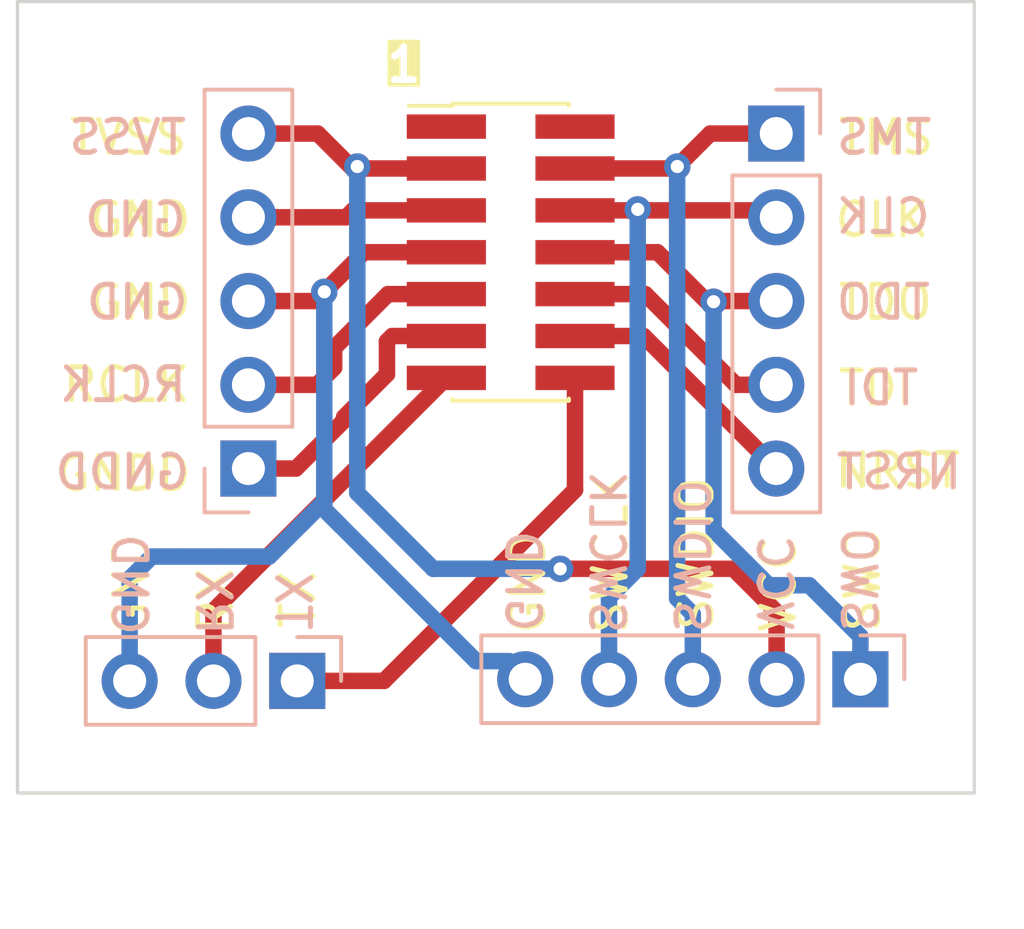
<source format=kicad_pcb>
(kicad_pcb (version 20221018) (generator pcbnew)
  (layers (0 "F.Cu" signal) (31 "B.Cu" signal) (34 "B.Paste" user) (35 "F.Paste" user) (36 "B.SilkS" user "B.Silkscreen") (37 "F.SilkS" user "F.Silkscreen") (38 "B.Mask" user) (39 "F.Mask" user) (44 "Edge.Cuts" user))
  (net 0 "")
  (net 3 "/T_VCC")
  (net 4 "/T_JTMS{slash}T_SWDIO")
  (net 5 "/T_JCLK{slash}T_SWCLK")
  (net 6 "/T_JTDO{slash}T_SWO")
  (net 7 "/T_JRCLK")
  (net 8 "/T_JTDI{slash}NC")
  (net 9 "/GNDDETECT")
  (net 10 "/T_NRST")
  (net 11 "/T_VCP_RX")
  (net 12 "/T_VCP_TX")
  (net 13 "/GND1")
  (net 14 "/GND2")
  (footprint "Connector_PinHeader_1.27mm:PinHeader_2x07_P1.27mm_Vertical_SMD" (layer "F.Cu") (at 207.95 101.6)
    (fp_text reference "J1")
    (fp_text value "Conn_02x07_Odd_Even")
    (fp_line (start -3.09 -4.44) (end -1.765 -4.44) (stroke (width 0.12)) (layer "F.SilkS"))
    (fp_line (start -1.765 -4.505) (end -1.765 -4.44) (stroke (width 0.12)) (layer "F.SilkS"))
    (fp_line (start -1.765 -4.505) (end 1.765 -4.505) (stroke (width 0.12)) (layer "F.SilkS"))
    (fp_line (start -1.765 4.44) (end -1.765 4.505) (stroke (width 0.12)) (layer "F.SilkS"))
    (fp_line (start -1.765 4.505) (end 1.765 4.505) (stroke (width 0.12)) (layer "F.SilkS"))
    (fp_line (start 1.765 -4.505) (end 1.765 -4.44) (stroke (width 0.12)) (layer "F.SilkS"))
    (fp_line (start 1.765 4.44) (end 1.765 4.505) (stroke (width 0.12)) (layer "F.SilkS"))
    (pad "1" smd rect (at -1.95 -3.81) (size 2.4 0.74) (layers "F.Cu" "F.Paste" "F.Mask"))
    (pad "2" smd rect (at 1.95 -3.81) (size 2.4 0.74) (layers "F.Cu" "F.Paste" "F.Mask"))
    (pad "3" smd rect (at -1.95 -2.54) (size 2.4 0.74) (layers "F.Cu" "F.Paste" "F.Mask") (net 3 "/T_VCC"))
    (pad "4" smd rect (at 1.95 -2.54) (size 2.4 0.74) (layers "F.Cu" "F.Paste" "F.Mask") (net 4 "/T_JTMS{slash}T_SWDIO"))
    (pad "5" smd rect (at -1.95 -1.27) (size 2.4 0.74) (layers "F.Cu" "F.Paste" "F.Mask") (net 13 "/GND1"))
    (pad "6" smd rect (at 1.95 -1.27) (size 2.4 0.74) (layers "F.Cu" "F.Paste" "F.Mask") (net 5 "/T_JCLK{slash}T_SWCLK"))
    (pad "7" smd rect (at -1.95 0) (size 2.4 0.74) (layers "F.Cu" "F.Paste" "F.Mask") (net 14 "/GND2"))
    (pad "8" smd rect (at 1.95 0) (size 2.4 0.74) (layers "F.Cu" "F.Paste" "F.Mask") (net 6 "/T_JTDO{slash}T_SWO"))
    (pad "9" smd rect (at -1.95 1.27) (size 2.4 0.74) (layers "F.Cu" "F.Paste" "F.Mask") (net 7 "/T_JRCLK"))
    (pad "10" smd rect (at 1.95 1.27) (size 2.4 0.74) (layers "F.Cu" "F.Paste" "F.Mask") (net 8 "/T_JTDI{slash}NC"))
    (pad "11" smd rect (at -1.95 2.54) (size 2.4 0.74) (layers "F.Cu" "F.Paste" "F.Mask") (net 9 "/GNDDETECT"))
    (pad "12" smd rect (at 1.95 2.54) (size 2.4 0.74) (layers "F.Cu" "F.Paste" "F.Mask") (net 10 "/T_NRST"))
    (pad "13" smd rect (at -1.95 3.81) (size 2.4 0.74) (layers "F.Cu" "F.Paste" "F.Mask") (net 11 "/T_VCP_RX"))
    (pad "14" smd rect (at 1.95 3.81) (size 2.4 0.74) (layers "F.Cu" "F.Paste" "F.Mask") (net 12 "/T_VCP_TX"))
  )
  (footprint "Connector_PinSocket_2.54mm:PinSocket_1x03_P2.54mm_Vertical" (layer "B.Cu") (at 201.48 114.6 90)
    (fp_text reference "J5")
    (fp_text value "Conn_01x03_Socket")
    (fp_line (start -1.33 -6.41) (end 1.33 -6.41) (stroke (width 0.12)) (layer "B.SilkS"))
    (fp_line (start -1.33 -1.27) (end -1.33 -6.41) (stroke (width 0.12)) (layer "B.SilkS"))
    (fp_line (start -1.33 -1.27) (end 1.33 -1.27) (stroke (width 0.12)) (layer "B.SilkS"))
    (fp_line (start 0 1.33) (end 1.33 1.33) (stroke (width 0.12)) (layer "B.SilkS"))
    (fp_line (start 1.33 -1.27) (end 1.33 -6.41) (stroke (width 0.12)) (layer "B.SilkS"))
    (fp_line (start 1.33 1.33) (end 1.33 0) (stroke (width 0.12)) (layer "B.SilkS"))
    (pad "1" thru_hole rect (at 0 0 90) (size 1.7 1.7) (drill 1) (layers "*.Cu" "*.Mask") (net 12 "/T_VCP_TX"))
    (pad "2" thru_hole oval (at 0 -2.54 90) (size 1.7 1.7) (drill 1) (layers "*.Cu" "*.Mask") (net 11 "/T_VCP_RX"))
    (pad "3" thru_hole oval (at 0 -5.08 90) (size 1.7 1.7) (drill 1) (layers "*.Cu" "*.Mask") (net 14 "/GND2"))
  )
  (footprint "Connector_PinHeader_2.54mm:PinHeader_1x05_P2.54mm_Vertical" (layer "B.Cu") (at 216 98 180)
    (fp_text reference "J2")
    (fp_text value "Conn_01x05_Socket")
    (fp_line (start -1.33 -11.49) (end 1.33 -11.49) (stroke (width 0.12)) (layer "B.SilkS"))
    (fp_line (start -1.33 -1.27) (end -1.33 -11.49) (stroke (width 0.12)) (layer "B.SilkS"))
    (fp_line (start -1.33 -1.27) (end 1.33 -1.27) (stroke (width 0.12)) (layer "B.SilkS"))
    (fp_line (start -1.33 0) (end -1.33 1.33) (stroke (width 0.12)) (layer "B.SilkS"))
    (fp_line (start -1.33 1.33) (end 0 1.33) (stroke (width 0.12)) (layer "B.SilkS"))
    (fp_line (start 1.33 -1.27) (end 1.33 -11.49) (stroke (width 0.12)) (layer "B.SilkS"))
    (pad "1" thru_hole rect (at 0 0 180) (size 1.7 1.7) (drill 1) (layers "*.Cu" "*.Mask") (net 4 "/T_JTMS{slash}T_SWDIO"))
    (pad "2" thru_hole oval (at 0 -2.54 180) (size 1.7 1.7) (drill 1) (layers "*.Cu" "*.Mask") (net 5 "/T_JCLK{slash}T_SWCLK"))
    (pad "3" thru_hole oval (at 0 -5.08 180) (size 1.7 1.7) (drill 1) (layers "*.Cu" "*.Mask") (net 6 "/T_JTDO{slash}T_SWO"))
    (pad "4" thru_hole oval (at 0 -7.62 180) (size 1.7 1.7) (drill 1) (layers "*.Cu" "*.Mask") (net 8 "/T_JTDI{slash}NC"))
    (pad "5" thru_hole oval (at 0 -10.16 180) (size 1.7 1.7) (drill 1) (layers "*.Cu" "*.Mask") (net 10 "/T_NRST"))
  )
  (footprint "Connector_PinSocket_2.54mm:PinSocket_1x05_P2.54mm_Vertical" (layer "B.Cu") (at 218.55 114.55 90)
    (fp_text reference "J4")
    (fp_text value "Conn_01x05_Socket")
    (fp_line (start -1.33 -11.49) (end 1.33 -11.49) (stroke (width 0.12)) (layer "B.SilkS"))
    (fp_line (start -1.33 -1.27) (end -1.33 -11.49) (stroke (width 0.12)) (layer "B.SilkS"))
    (fp_line (start -1.33 -1.27) (end 1.33 -1.27) (stroke (width 0.12)) (layer "B.SilkS"))
    (fp_line (start 0 1.33) (end 1.33 1.33) (stroke (width 0.12)) (layer "B.SilkS"))
    (fp_line (start 1.33 -1.27) (end 1.33 -11.49) (stroke (width 0.12)) (layer "B.SilkS"))
    (fp_line (start 1.33 1.33) (end 1.33 0) (stroke (width 0.12)) (layer "B.SilkS"))
    (pad "1" thru_hole rect (at 0 0 90) (size 1.7 1.7) (drill 1) (layers "*.Cu" "*.Mask") (net 6 "/T_JTDO{slash}T_SWO"))
    (pad "2" thru_hole oval (at 0 -2.54 90) (size 1.7 1.7) (drill 1) (layers "*.Cu" "*.Mask") (net 3 "/T_VCC"))
    (pad "3" thru_hole oval (at 0 -5.08 90) (size 1.7 1.7) (drill 1) (layers "*.Cu" "*.Mask") (net 4 "/T_JTMS{slash}T_SWDIO"))
    (pad "4" thru_hole oval (at 0 -7.62 90) (size 1.7 1.7) (drill 1) (layers "*.Cu" "*.Mask") (net 5 "/T_JCLK{slash}T_SWCLK"))
    (pad "5" thru_hole oval (at 0 -10.16 90) (size 1.7 1.7) (drill 1) (layers "*.Cu" "*.Mask") (net 14 "/GND2"))
  )
  (footprint "Connector_PinHeader_2.54mm:PinHeader_1x05_P2.54mm_Vertical" (layer "B.Cu") (at 200 108.16)
    (fp_text reference "J3")
    (fp_text value "Conn_01x05_Socket")
    (fp_line (start -1.33 -11.49) (end 1.33 -11.49) (stroke (width 0.12)) (layer "B.SilkS"))
    (fp_line (start -1.33 -1.27) (end -1.33 -11.49) (stroke (width 0.12)) (layer "B.SilkS"))
    (fp_line (start -1.33 -1.27) (end 1.33 -1.27) (stroke (width 0.12)) (layer "B.SilkS"))
    (fp_line (start -1.33 0) (end -1.33 1.33) (stroke (width 0.12)) (layer "B.SilkS"))
    (fp_line (start -1.33 1.33) (end 0 1.33) (stroke (width 0.12)) (layer "B.SilkS"))
    (fp_line (start 1.33 -1.27) (end 1.33 -11.49) (stroke (width 0.12)) (layer "B.SilkS"))
    (pad "1" thru_hole rect (at 0 0) (size 1.7 1.7) (drill 1) (layers "*.Cu" "*.Mask") (net 9 "/GNDDETECT"))
    (pad "2" thru_hole oval (at 0 -2.54) (size 1.7 1.7) (drill 1) (layers "*.Cu" "*.Mask") (net 7 "/T_JRCLK"))
    (pad "3" thru_hole oval (at 0 -5.08) (size 1.7 1.7) (drill 1) (layers "*.Cu" "*.Mask") (net 14 "/GND2"))
    (pad "4" thru_hole oval (at 0 -7.62) (size 1.7 1.7) (drill 1) (layers "*.Cu" "*.Mask") (net 13 "/GND1"))
    (pad "5" thru_hole oval (at 0 -10.16) (size 1.7 1.7) (drill 1) (layers "*.Cu" "*.Mask") (net 3 "/T_VCC"))
  )
  (gr_line (start 193 94) (end 222 94) (stroke (width 0.1)) (layer "Edge.Cuts"))
  (gr_line (start 222 94) (end 222 118) (stroke (width 0.1)) (layer "Edge.Cuts"))
  (gr_line (start 193 118) (end 193 94) (stroke (width 0.1)) (layer "Edge.Cuts"))
  (gr_line (start 222 118) (end 193 118) (stroke (width 0.1)) (layer "Edge.Cuts"))
  (gr_text "SWDIO" (at 212.825 113.225 270) (layer "B.SilkS") (effects (font (size 1 1) (thickness 0.153)) (justify left bottom mirror)))
  (gr_text "GNDD" (at 198.3 108.85) (layer "B.SilkS") (effects (font (size 1 1) (thickness 0.153)) (justify left bottom mirror)))
  (gr_text "TDI" (at 220.4 106.3) (layer "B.SilkS") (effects (font (size 1 1) (thickness 0.153)) (justify left bottom mirror)))
  (gr_text "RX" (at 198.35 113.3 -90) (layer "B.SilkS") (effects (font (size 1 1) (thickness 0.153)) (justify left bottom mirror)))
  (gr_text "VCC" (at 215.35 113.15 -90) (layer "B.SilkS") (effects (font (size 1 1) (thickness 0.153)) (justify left bottom mirror)))
  (gr_text "TMS" (at 220.8 98.7) (layer "B.SilkS") (effects (font (size 1 1) (thickness 0.153)) (justify left bottom mirror)))
  (gr_text "TVSS" (at 198.2 98.7) (layer "B.SilkS") (effects (font (size 1 1) (thickness 0.153)) (justify left bottom mirror)))
  (gr_text "GND" (at 198.2 101.2) (layer "B.SilkS") (effects (font (size 1 1) (thickness 0.153)) (justify left bottom mirror)))
  (gr_text "GND" (at 207.725 113.2 270) (layer "B.SilkS") (effects (font (size 1 1) (thickness 0.153)) (justify left bottom mirror)))
  (gr_text "GND" (at 198.25 103.7) (layer "B.SilkS") (effects (font (size 1 1) (thickness 0.153)) (justify left bottom mirror)))
  (gr_text "SWO" (at 217.9 113.2 -90) (layer "B.SilkS") (effects (font (size 1 1) (thickness 0.153)) (justify left bottom mirror)))
  (gr_text "TX" (at 200.75 113.15 270) (layer "B.SilkS") (effects (font (size 1 1) (thickness 0.153)) (justify left bottom mirror)))
  (gr_text "NRST" (at 221.7 108.85) (layer "B.SilkS") (effects (font (size 1 1) (thickness 0.153)) (justify left bottom mirror)))
  (gr_text "CLK" (at 220.75 101.1) (layer "B.SilkS") (effects (font (size 1 1) (thickness 0.153)) (justify left bottom mirror)))
  (gr_text "GND" (at 195.8 113.3 -90) (layer "B.SilkS") (effects (font (size 1 1) (thickness 0.153)) (justify left bottom mirror)))
  (gr_text "RCLK" (at 198.2 106.2) (layer "B.SilkS") (effects (font (size 1 1) (thickness 0.153)) (justify left bottom mirror)))
  (gr_text "TDO" (at 220.75 103.7) (layer "B.SilkS") (effects (font (size 1 1) (thickness 0.153)) (justify left bottom mirror)))
  (gr_text "SWCLK" (at 210.275 113.25 270) (layer "B.SilkS") (effects (font (size 1 1) (thickness 0.153)) (justify left bottom mirror)))
  (gr_text "GND" (at 209.05 113.25 90) (layer "F.SilkS") (effects (font (size 1 1) (thickness 0.153)) (justify left bottom)))
  (gr_text "GND" (at 195.1 101.2) (layer "F.SilkS") (effects (font (size 1 1) (thickness 0.153)) (justify left bottom)))
  (gr_text "CLK" (at 217.7 101.2) (layer "F.SilkS") (effects (font (size 1 1) (thickness 0.153)) (justify left bottom)))
  (gr_text "TMS" (at 217.8 98.7) (layer "F.SilkS") (effects (font (size 1 1) (thickness 0.153)) (justify left bottom)))
  (gr_text "GNDD" (at 194.1 108.9) (layer "F.SilkS") (effects (font (size 1 1) (thickness 0.153)) (justify left bottom)))
  (gr_text "1" (at 204.1 96.5) (layer "F.SilkS" knockout) (effects (font (size 1 1) (thickness 0.2) bold) (justify left bottom)))
  (gr_text "NRST" (at 217.7 108.8) (layer "F.SilkS") (effects (font (size 1 1) (thickness 0.153)) (justify left bottom)))
  (gr_text "GND" (at 195.1 103.7) (layer "F.SilkS") (effects (font (size 1 1) (thickness 0.153)) (justify left bottom)))
  (gr_text "GND" (at 197.04 113.3 90) (layer "F.SilkS") (effects (font (size 1 1) (thickness 0.153)) (justify left bottom)))
  (gr_text "VCC" (at 216.65 113.2 90) (layer "F.SilkS") (effects (font (size 1 1) (thickness 0.153)) (justify left bottom)))
  (gr_text "SWDIO" (at 214.15 113.15 90) (layer "F.SilkS") (effects (font (size 1 1) (thickness 0.153)) (justify left bottom)))
  (gr_text "RX" (at 199.59 113.25 90) (layer "F.SilkS") (effects (font (size 1 1) (thickness 0.153)) (justify left bottom)))
  (gr_text "RCLK" (at 194.3 106.2) (layer "F.SilkS") (effects (font (size 1 1) (thickness 0.153)) (justify left bottom)))
  (gr_text "TVSS" (at 194.5 98.7) (layer "F.SilkS") (effects (font (size 1 1) (thickness 0.153)) (justify left bottom)))
  (gr_text "SWCLK" (at 211.55 113.25 90) (layer "F.SilkS") (effects (font (size 1 1) (thickness 0.153)) (justify left bottom)))
  (gr_text "TX" (at 202.09 113.1 90) (layer "F.SilkS") (effects (font (size 1 1) (thickness 0.153)) (justify left bottom)))
  (gr_text "TDO" (at 217.8 103.7) (layer "F.SilkS") (effects (font (size 1 1) (thickness 0.153)) (justify left bottom)))
  (gr_text "TDI" (at 217.8 106.3) (layer "F.SilkS") (effects (font (size 1 1) (thickness 0.153)) (justify left bottom)))
  (gr_text "SWO" (at 219.2 113.2 90) (layer "F.SilkS") (effects (font (size 1 1) (thickness 0.153)) (justify left bottom)))
  (segment (start 216.01 112.51) (end 214.7 111.2) (width 0.5) (layer "F.Cu") (net 3))
  (segment (start 216.01 114.55) (end 216.01 112.51) (width 0.5) (layer "F.Cu") (net 3))
  (segment (start 200 98) (end 202.1 98) (width 0.5) (layer "F.Cu") (net 3))
  (segment (start 203.16 99.06) (end 206 99.06) (width 0.5) (layer "F.Cu") (net 3))
  (segment (start 202.1 98) (end 203.16 99.06) (width 0.5) (layer "F.Cu") (net 3))
  (segment (start 214.7 111.2) (end 209.45 111.2) (width 0.5) (layer "F.Cu") (net 3))
  (via (at 203.3 99) (size 0.8) (drill 0.4) (layers "F.Cu" "B.Cu") (net 3))
  (via (at 209.45 111.2) (size 0.8) (drill 0.4) (layers "F.Cu" "B.Cu") (net 3))
  (segment (start 203.3 108.9) (end 203.3 99) (width 0.5) (layer "B.Cu") (net 3))
  (segment (start 209.45 111.2) (end 205.6 111.2) (width 0.5) (layer "B.Cu") (net 3))
  (segment (start 205.6 111.2) (end 203.3 108.9) (width 0.5) (layer "B.Cu") (net 3))
  (segment (start 212.94 99.06) (end 209.9 99.06) (width 0.5) (layer "F.Cu") (net 4))
  (segment (start 214 98) (end 212.94 99.06) (width 0.5) (layer "F.Cu") (net 4))
  (segment (start 216 98) (end 214 98) (width 0.5) (layer "F.Cu") (net 4))
  (via (at 213 99) (size 0.8) (drill 0.4) (layers "F.Cu" "B.Cu") (net 4))
  (segment (start 213.47 112.575) (end 212.995 112.1) (width 0.5) (layer "B.Cu") (net 4))
  (segment (start 213.47 114.55) (end 213.47 112.575) (width 0.5) (layer "B.Cu") (net 4))
  (segment (start 212.995 99.005) (end 213 99) (width 0.5) (layer "B.Cu") (net 4))
  (segment (start 212.995 112.1) (end 212.995 99.005) (width 0.5) (layer "B.Cu") (net 4))
  (segment (start 209.9 100.33) (end 215.79 100.33) (width 0.5) (layer "F.Cu") (net 5))
  (segment (start 215.79 100.33) (end 216 100.54) (width 0.5) (layer "F.Cu") (net 5))
  (via (at 211.8 100.3) (size 0.8) (drill 0.4) (layers "F.Cu" "B.Cu") (net 5))
  (segment (start 211.8 111.2) (end 211.8 110.9) (width 0.5) (layer "B.Cu") (net 5))
  (segment (start 210.93 114.55) (end 210.93 112.07) (width 0.5) (layer "B.Cu") (net 5))
  (segment (start 211.8 110.9) (end 211.8 100.3) (width 0.5) (layer "B.Cu") (net 5))
  (segment (start 210.93 112.07) (end 211.8 111.2) (width 0.5) (layer "B.Cu") (net 5))
  (segment (start 216 103.08) (end 213.88 103.08) (width 0.5) (layer "F.Cu") (net 6))
  (segment (start 212.4 101.6) (end 209.9 101.6) (width 0.5) (layer "F.Cu") (net 6))
  (segment (start 213.88 103.08) (end 212.4 101.6) (width 0.5) (layer "F.Cu") (net 6))
  (via (at 214.1 103.1) (size 0.8) (drill 0.4) (layers "F.Cu" "B.Cu") (net 6))
  (segment (start 217 111.7) (end 218.55 113.25) (width 0.5) (layer "B.Cu") (net 6))
  (segment (start 215.775 111.7) (end 217 111.7) (width 0.5) (layer "B.Cu") (net 6))
  (segment (start 214.1 110.025) (end 215.775 111.7) (width 0.5) (layer "B.Cu") (net 6))
  (segment (start 214.1 110.025) (end 214.1 103.1) (width 0.5) (layer "B.Cu") (net 6))
  (segment (start 218.55 113.25) (end 218.55 114.55) (width 0.5) (layer "B.Cu") (net 6))
  (segment (start 204.23 102.87) (end 202.6 104.5) (width 0.5) (layer "F.Cu") (net 7))
  (segment (start 202.08 105.62) (end 200 105.62) (width 0.5) (layer "F.Cu") (net 7))
  (segment (start 202.6 104.5) (end 202.6 105.1) (width 0.5) (layer "F.Cu") (net 7))
  (segment (start 202.6 105.1) (end 202.08 105.62) (width 0.5) (layer "F.Cu") (net 7))
  (segment (start 206 102.87) (end 204.23 102.87) (width 0.5) (layer "F.Cu") (net 7))
  (segment (start 216 105.62) (end 214.78 105.62) (width 0.5) (layer "F.Cu") (net 8))
  (segment (start 214.78 105.62) (end 212.03 102.87) (width 0.5) (layer "F.Cu") (net 8))
  (segment (start 212.03 102.87) (end 209.9 102.87) (width 0.5) (layer "F.Cu") (net 8))
  (segment (start 202.9 106.6) (end 202.9 106.7) (width 0.5) (layer "F.Cu") (net 9))
  (segment (start 204.2 104.3) (end 204.2 105.3) (width 0.5) (layer "F.Cu") (net 9))
  (segment (start 204.36 104.14) (end 204.2 104.3) (width 0.5) (layer "F.Cu") (net 9))
  (segment (start 201.44 108.16) (end 200 108.16) (width 0.5) (layer "F.Cu") (net 9))
  (segment (start 206 104.14) (end 204.36 104.14) (width 0.5) (layer "F.Cu") (net 9))
  (segment (start 204.2 105.3) (end 202.9 106.6) (width 0.5) (layer "F.Cu") (net 9))
  (segment (start 202.9 106.7) (end 201.44 108.16) (width 0.5) (layer "F.Cu") (net 9))
  (segment (start 216 108.16) (end 211.98 104.14) (width 0.5) (layer "F.Cu") (net 10))
  (segment (start 211.98 104.14) (end 209.9 104.14) (width 0.5) (layer "F.Cu") (net 10))
  (segment (start 198.94 114.6) (end 198.94 112.47) (width 0.5) (layer "F.Cu") (net 11))
  (segment (start 198.94 112.47) (end 206 105.41) (width 0.5) (layer "F.Cu") (net 11))
  (segment (start 201.48 114.6) (end 204.11 114.6) (width 0.5) (layer "F.Cu") (net 12))
  (segment (start 204.11 114.6) (end 209.9 108.81) (width 0.5) (layer "F.Cu") (net 12))
  (segment (start 209.9 108.81) (end 209.9 105.41) (width 0.5) (layer "F.Cu") (net 12))
  (segment (start 202.96 100.54) (end 203.17 100.33) (width 0.5) (layer "F.Cu") (net 13))
  (segment (start 203.17 100.33) (end 206 100.33) (width 0.5) (layer "F.Cu") (net 13))
  (segment (start 200 100.54) (end 202.96 100.54) (width 0.5) (layer "F.Cu") (net 13))
  (segment (start 200 103.08) (end 202.02 103.08) (width 0.5) (layer "F.Cu") (net 14))
  (segment (start 203.5 101.6) (end 206 101.6) (width 0.5) (layer "F.Cu") (net 14))
  (segment (start 202.02 103.08) (end 203.5 101.6) (width 0.5) (layer "F.Cu") (net 14))
  (via (at 202.3 102.8) (size 0.8) (drill 0.4) (layers "F.Cu" "B.Cu") (net 14))
  (segment (start 199.17 110.83) (end 197.97 110.83) (width 0.5) (layer "B.Cu") (net 14))
  (segment (start 201.58 109.88) (end 202.18 109.28) (width 0.5) (layer "B.Cu") (net 14))
  (segment (start 202.3 109.16) (end 202.3 108.6) (width 0.5) (layer "B.Cu") (net 14))
  (segment (start 202.3 109.4) (end 202.3 108.6) (width 0.5) (layer "B.Cu") (net 14))
  (segment (start 202.8 109.9) (end 202.18 109.28) (width 0.5) (layer "B.Cu") (net 14))
  (segment (start 202.18 109.28) (end 202.3 109.16) (width 0.5) (layer "B.Cu") (net 14))
  (segment (start 199.17 110.83) (end 200.63 110.83) (width 0.5) (layer "B.Cu") (net 14))
  (segment (start 197.07 110.83) (end 197.97 110.83) (width 0.5) (layer "B.Cu") (net 14))
  (segment (start 201.58 109.88) (end 202.3 109.16) (width 0.5) (layer "B.Cu") (net 14))
  (segment (start 196.4 114.6) (end 196.4 111.5) (width 0.5) (layer "B.Cu") (net 14))
  (segment (start 200.63 110.83) (end 201.58 109.88) (width 0.5) (layer "B.Cu") (net 14))
  (segment (start 207.915 114) (end 206.9 114) (width 0.5) (layer "B.Cu") (net 14))
  (segment (start 202.8 109.9) (end 202.3 109.4) (width 0.5) (layer "B.Cu") (net 14))
  (segment (start 196.4 111.5) (end 197.07 110.83) (width 0.5) (layer "B.Cu") (net 14))
  (segment (start 206.9 114) (end 202.8 109.9) (width 0.5) (layer "B.Cu") (net 14))
  (segment (start 202.3 109.16) (end 202.3 109.4) (width 0.5) (layer "B.Cu") (net 14))
  (segment (start 202.3 108.6) (end 202.3 102.8) (width 0.5) (layer "B.Cu") (net 14))
)
</source>
